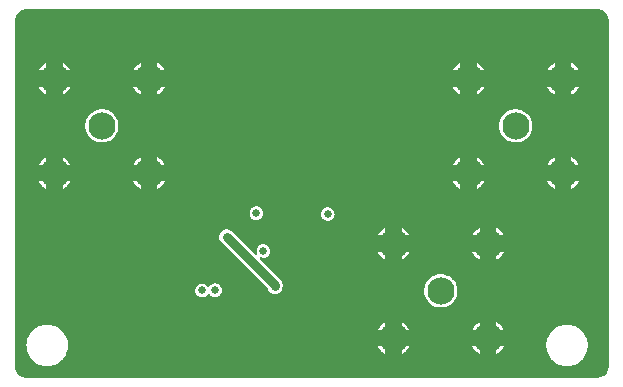
<source format=gbl>
G04 Layer: BottomLayer*
G04 EasyEDA v6.5.44, 2024-07-31 14:11:33*
G04 0a0e6e5985404cbc94c0c78cb0e903e1,401f954c81374b6587e5d63e119e93f9,10*
G04 Gerber Generator version 0.2*
G04 Scale: 100 percent, Rotated: No, Reflected: No *
G04 Dimensions in inches *
G04 leading zeros omitted , absolute positions ,3 integer and 6 decimal *
%FSLAX36Y36*%
%MOIN*%

%ADD10C,0.0300*%
%ADD11C,0.0984*%
%ADD12C,0.0906*%
%ADD13C,0.0250*%
%ADD14C,0.0240*%
%ADD15C,0.0136*%

%LPD*%
G36*
X50180Y10200D02*
G01*
X44960Y10560D01*
X40240Y11439D01*
X35680Y12900D01*
X31300Y14900D01*
X27220Y17400D01*
X23440Y20400D01*
X20080Y23800D01*
X17140Y27599D01*
X14680Y31740D01*
X12740Y36120D01*
X11339Y40720D01*
X10500Y45439D01*
X10200Y50420D01*
X10200Y1199580D01*
X10560Y1205040D01*
X11439Y1209760D01*
X12900Y1214320D01*
X14900Y1218700D01*
X17400Y1222780D01*
X20400Y1226560D01*
X23800Y1229920D01*
X27599Y1232860D01*
X31740Y1235320D01*
X36120Y1237260D01*
X40720Y1238660D01*
X45439Y1239500D01*
X50420Y1239800D01*
X1949580Y1239800D01*
X1955040Y1239440D01*
X1959760Y1238560D01*
X1964319Y1237100D01*
X1968700Y1235100D01*
X1972780Y1232600D01*
X1976560Y1229600D01*
X1979920Y1226200D01*
X1982860Y1222400D01*
X1985320Y1218260D01*
X1987260Y1213880D01*
X1988660Y1209280D01*
X1989500Y1204560D01*
X1989800Y1199580D01*
X1989800Y50420D01*
X1989440Y44960D01*
X1988560Y40240D01*
X1987100Y35680D01*
X1985100Y31300D01*
X1982600Y27220D01*
X1979600Y23440D01*
X1976200Y20080D01*
X1972400Y17140D01*
X1968260Y14680D01*
X1963880Y12740D01*
X1959280Y11339D01*
X1954560Y10500D01*
X1949580Y10200D01*
G37*

%LPC*%
G36*
X1850400Y48860D02*
G01*
X1857180Y49200D01*
X1863899Y50199D01*
X1870500Y51840D01*
X1876900Y54140D01*
X1883040Y57040D01*
X1888860Y60540D01*
X1894319Y64580D01*
X1899360Y69140D01*
X1903920Y74180D01*
X1907960Y79640D01*
X1911459Y85460D01*
X1914360Y91600D01*
X1916660Y98000D01*
X1918300Y104600D01*
X1919300Y111320D01*
X1919640Y118100D01*
X1919300Y124900D01*
X1918300Y131620D01*
X1916660Y138220D01*
X1914360Y144620D01*
X1911459Y150760D01*
X1907960Y156580D01*
X1903920Y162040D01*
X1899360Y167079D01*
X1894319Y171640D01*
X1888860Y175680D01*
X1883040Y179180D01*
X1876900Y182079D01*
X1870500Y184380D01*
X1863899Y186020D01*
X1857180Y187020D01*
X1850400Y187360D01*
X1843600Y187020D01*
X1836879Y186020D01*
X1830280Y184380D01*
X1823880Y182079D01*
X1817740Y179180D01*
X1811920Y175680D01*
X1806459Y171640D01*
X1801420Y167079D01*
X1796860Y162040D01*
X1792820Y156580D01*
X1789319Y150760D01*
X1786420Y144620D01*
X1784120Y138220D01*
X1782480Y131620D01*
X1781480Y124900D01*
X1781140Y118100D01*
X1781480Y111320D01*
X1782480Y104600D01*
X1784120Y98000D01*
X1786420Y91600D01*
X1789319Y85460D01*
X1792820Y79640D01*
X1796860Y74180D01*
X1801420Y69140D01*
X1806459Y64580D01*
X1811920Y60540D01*
X1817740Y57040D01*
X1823880Y54140D01*
X1830280Y51840D01*
X1836879Y50199D01*
X1843600Y49200D01*
G37*
G36*
X118120Y48860D02*
G01*
X124900Y49200D01*
X131620Y50199D01*
X138220Y51840D01*
X144620Y54140D01*
X150760Y57040D01*
X156580Y60540D01*
X162040Y64580D01*
X167079Y69140D01*
X171640Y74180D01*
X175680Y79640D01*
X179180Y85460D01*
X182079Y91600D01*
X184380Y98000D01*
X186020Y104600D01*
X187020Y111320D01*
X187360Y118100D01*
X187020Y124900D01*
X186020Y131620D01*
X184380Y138220D01*
X182079Y144620D01*
X179180Y150760D01*
X175680Y156580D01*
X171640Y162040D01*
X167079Y167079D01*
X162040Y171640D01*
X156580Y175680D01*
X150760Y179180D01*
X144620Y182079D01*
X138220Y184380D01*
X131620Y186020D01*
X124900Y187020D01*
X118120Y187360D01*
X111320Y187020D01*
X104600Y186020D01*
X98000Y184380D01*
X91600Y182079D01*
X85460Y179180D01*
X79640Y175680D01*
X74180Y171640D01*
X69140Y167079D01*
X64580Y162040D01*
X60540Y156580D01*
X57040Y150760D01*
X54140Y144620D01*
X51840Y138220D01*
X50199Y131620D01*
X49200Y124900D01*
X48860Y118100D01*
X49200Y111320D01*
X50199Y104600D01*
X51840Y98000D01*
X54140Y91600D01*
X57040Y85460D01*
X60540Y79640D01*
X64580Y74180D01*
X69140Y69140D01*
X74180Y64580D01*
X79640Y60540D01*
X85460Y57040D01*
X91600Y54140D01*
X98000Y51840D01*
X104600Y50199D01*
X111320Y49200D01*
G37*
G36*
X1245420Y89740D02*
G01*
X1245420Y115420D01*
X1219740Y115420D01*
X1222220Y110920D01*
X1226080Y105480D01*
X1230520Y100520D01*
X1235480Y96080D01*
X1240920Y92220D01*
G37*
G36*
X1560380Y89740D02*
G01*
X1560380Y115420D01*
X1534700Y115420D01*
X1537180Y110920D01*
X1541040Y105480D01*
X1545480Y100520D01*
X1550440Y96080D01*
X1555880Y92220D01*
G37*
G36*
X1299620Y89740D02*
G01*
X1304120Y92220D01*
X1309560Y96080D01*
X1314520Y100520D01*
X1318959Y105480D01*
X1322820Y110920D01*
X1325300Y115420D01*
X1299620Y115420D01*
G37*
G36*
X1614580Y89740D02*
G01*
X1619079Y92220D01*
X1624520Y96080D01*
X1629480Y100520D01*
X1633920Y105480D01*
X1637780Y110920D01*
X1640260Y115420D01*
X1614580Y115420D01*
G37*
G36*
X1534700Y169620D02*
G01*
X1560380Y169620D01*
X1560380Y195300D01*
X1555880Y192820D01*
X1550440Y188960D01*
X1545480Y184520D01*
X1541040Y179560D01*
X1537180Y174120D01*
G37*
G36*
X1299620Y169620D02*
G01*
X1325300Y169620D01*
X1322820Y174120D01*
X1318959Y179560D01*
X1314520Y184520D01*
X1309560Y188960D01*
X1304120Y192820D01*
X1299620Y195300D01*
G37*
G36*
X1219740Y169620D02*
G01*
X1245420Y169620D01*
X1245420Y195300D01*
X1240920Y192820D01*
X1235480Y188960D01*
X1230520Y184520D01*
X1226080Y179560D01*
X1222220Y174120D01*
G37*
G36*
X1614580Y169620D02*
G01*
X1640260Y169620D01*
X1637780Y174120D01*
X1633920Y179560D01*
X1629480Y184520D01*
X1624520Y188960D01*
X1619079Y192820D01*
X1614580Y195300D01*
G37*
G36*
X1430000Y244540D02*
G01*
X1436320Y244899D01*
X1442560Y245980D01*
X1448640Y247760D01*
X1454480Y250219D01*
X1459980Y253340D01*
X1465120Y257060D01*
X1469780Y261340D01*
X1473920Y266120D01*
X1477500Y271360D01*
X1480460Y276960D01*
X1482760Y282860D01*
X1484360Y288980D01*
X1485260Y295260D01*
X1485440Y301580D01*
X1484900Y307900D01*
X1483640Y314100D01*
X1481680Y320120D01*
X1479060Y325880D01*
X1475780Y331300D01*
X1471920Y336320D01*
X1467500Y340860D01*
X1462600Y344880D01*
X1457280Y348300D01*
X1451600Y351100D01*
X1445620Y353220D01*
X1439460Y354660D01*
X1433160Y355379D01*
X1426840Y355379D01*
X1420540Y354660D01*
X1414379Y353220D01*
X1408400Y351100D01*
X1402720Y348300D01*
X1397400Y344880D01*
X1392500Y340860D01*
X1388080Y336320D01*
X1384220Y331300D01*
X1380940Y325880D01*
X1378320Y320120D01*
X1376360Y314100D01*
X1375100Y307900D01*
X1374560Y301580D01*
X1374740Y295260D01*
X1375640Y288980D01*
X1377240Y282860D01*
X1379540Y276960D01*
X1382500Y271360D01*
X1386080Y266120D01*
X1390220Y261340D01*
X1394880Y257060D01*
X1400020Y253340D01*
X1405520Y250219D01*
X1411360Y247760D01*
X1417440Y245980D01*
X1423680Y244899D01*
G37*
G36*
X634900Y278740D02*
G01*
X638720Y279240D01*
X642400Y280360D01*
X645840Y282100D01*
X648940Y284380D01*
X651600Y287160D01*
X652740Y288860D01*
X653800Y289920D01*
X655160Y290520D01*
X656640Y290580D01*
X658040Y290100D01*
X659180Y289140D01*
X661300Y286500D01*
X664200Y283960D01*
X667460Y281940D01*
X671040Y280500D01*
X674800Y279700D01*
X678640Y279540D01*
X682460Y280020D01*
X686140Y281140D01*
X689580Y282880D01*
X692660Y285160D01*
X695340Y287940D01*
X697480Y291140D01*
X699060Y294640D01*
X700040Y298360D01*
X700360Y302200D01*
X700040Y306040D01*
X699060Y309760D01*
X697480Y313260D01*
X695340Y316440D01*
X692660Y319220D01*
X689580Y321520D01*
X686140Y323240D01*
X682460Y324380D01*
X678640Y324860D01*
X674800Y324700D01*
X671040Y323880D01*
X667460Y322460D01*
X664200Y320439D01*
X661300Y317900D01*
X658620Y314540D01*
X657480Y313560D01*
X656080Y313080D01*
X654599Y313140D01*
X653240Y313740D01*
X652180Y314800D01*
X651600Y315660D01*
X648940Y318440D01*
X645840Y320720D01*
X642400Y322460D01*
X638720Y323579D01*
X634900Y324080D01*
X631060Y323920D01*
X627300Y323100D01*
X623740Y321659D01*
X620460Y319640D01*
X617560Y317100D01*
X615160Y314120D01*
X613280Y310760D01*
X612000Y307120D01*
X611340Y303340D01*
X611340Y299480D01*
X612000Y295700D01*
X613280Y292060D01*
X615160Y288700D01*
X617560Y285720D01*
X620460Y283180D01*
X623740Y281160D01*
X627300Y279720D01*
X631060Y278900D01*
G37*
G36*
X875360Y289700D02*
G01*
X879520Y289700D01*
X883620Y290400D01*
X887560Y291740D01*
X891220Y293720D01*
X894500Y296280D01*
X897320Y299340D01*
X899599Y302820D01*
X901260Y306640D01*
X902280Y310660D01*
X902640Y314980D01*
X902640Y319020D01*
X902440Y322340D01*
X901560Y326400D01*
X901300Y327239D01*
X900040Y330280D01*
X899640Y331060D01*
X897380Y334560D01*
X895180Y337040D01*
X827220Y405000D01*
X826360Y406300D01*
X826040Y407819D01*
X826340Y409340D01*
X827200Y410640D01*
X828480Y411520D01*
X830020Y411820D01*
X835699Y410560D01*
X839539Y410400D01*
X843360Y410900D01*
X847039Y412020D01*
X850480Y413760D01*
X853560Y416040D01*
X856240Y418820D01*
X858379Y422000D01*
X859960Y425520D01*
X860939Y429240D01*
X861260Y433060D01*
X860939Y436900D01*
X859960Y440620D01*
X858379Y444140D01*
X856240Y447320D01*
X853560Y450100D01*
X850480Y452380D01*
X847039Y454120D01*
X843360Y455240D01*
X839539Y455740D01*
X835699Y455580D01*
X831940Y454760D01*
X828360Y453320D01*
X825100Y451300D01*
X822200Y448760D01*
X819780Y445780D01*
X817900Y442420D01*
X816620Y438780D01*
X815980Y435000D01*
X815980Y431140D01*
X816620Y427360D01*
X817180Y425800D01*
X817400Y424300D01*
X817039Y422800D01*
X816140Y421560D01*
X814840Y420740D01*
X813340Y420480D01*
X811840Y420780D01*
X810580Y421640D01*
X734220Y498000D01*
X730920Y500780D01*
X727360Y502920D01*
X723480Y504420D01*
X719400Y505280D01*
X715240Y505460D01*
X711120Y504940D01*
X707140Y503760D01*
X703400Y501920D01*
X700020Y499500D01*
X697080Y496560D01*
X694659Y493180D01*
X692820Y489440D01*
X691640Y485460D01*
X691120Y481340D01*
X691300Y477180D01*
X692159Y473100D01*
X693660Y469219D01*
X695800Y465660D01*
X698580Y462360D01*
X852600Y308340D01*
X853439Y307100D01*
X855300Y302820D01*
X857560Y299340D01*
X860380Y296280D01*
X863660Y293720D01*
X867320Y291740D01*
X871260Y290400D01*
G37*
G36*
X1614580Y404700D02*
G01*
X1619079Y407180D01*
X1624520Y411040D01*
X1629480Y415480D01*
X1633920Y420439D01*
X1637780Y425880D01*
X1640260Y430379D01*
X1614580Y430379D01*
G37*
G36*
X1560380Y404700D02*
G01*
X1560380Y430379D01*
X1534700Y430379D01*
X1537180Y425880D01*
X1541040Y420439D01*
X1545480Y415480D01*
X1550440Y411040D01*
X1555880Y407180D01*
G37*
G36*
X1245420Y404700D02*
G01*
X1245420Y430379D01*
X1219740Y430379D01*
X1222220Y425880D01*
X1226080Y420439D01*
X1230520Y415480D01*
X1235480Y411040D01*
X1240920Y407180D01*
G37*
G36*
X1299620Y404700D02*
G01*
X1304120Y407180D01*
X1309560Y411040D01*
X1314520Y415480D01*
X1318959Y420439D01*
X1322820Y425880D01*
X1325300Y430379D01*
X1299620Y430379D01*
G37*
G36*
X1219740Y484580D02*
G01*
X1245420Y484580D01*
X1245420Y510260D01*
X1240920Y507780D01*
X1235480Y503920D01*
X1230520Y499480D01*
X1226080Y494520D01*
X1222220Y489080D01*
G37*
G36*
X1534700Y484580D02*
G01*
X1560380Y484580D01*
X1560380Y510260D01*
X1555880Y507780D01*
X1550440Y503920D01*
X1545480Y499480D01*
X1541040Y494520D01*
X1537180Y489080D01*
G37*
G36*
X1614580Y484580D02*
G01*
X1640260Y484580D01*
X1637780Y489080D01*
X1633920Y494520D01*
X1629480Y499480D01*
X1624520Y503920D01*
X1619079Y507780D01*
X1614580Y510260D01*
G37*
G36*
X1299620Y484580D02*
G01*
X1325300Y484580D01*
X1322820Y489080D01*
X1318959Y494520D01*
X1314520Y499480D01*
X1309560Y503920D01*
X1304120Y507780D01*
X1299620Y510260D01*
G37*
G36*
X1054120Y533660D02*
G01*
X1057940Y534160D01*
X1061620Y535280D01*
X1065060Y537020D01*
X1068140Y539300D01*
X1070820Y542080D01*
X1072960Y545260D01*
X1074540Y548780D01*
X1075520Y552500D01*
X1075840Y556320D01*
X1075520Y560160D01*
X1074540Y563880D01*
X1072960Y567400D01*
X1070820Y570580D01*
X1068140Y573360D01*
X1065060Y575640D01*
X1061620Y577380D01*
X1057940Y578500D01*
X1054120Y579000D01*
X1050280Y578840D01*
X1046520Y578020D01*
X1042940Y576580D01*
X1039680Y574560D01*
X1036780Y572020D01*
X1034360Y569040D01*
X1032480Y565680D01*
X1031200Y562040D01*
X1030560Y558260D01*
X1030560Y554400D01*
X1031200Y550620D01*
X1032480Y546980D01*
X1034360Y543620D01*
X1036780Y540640D01*
X1039680Y538100D01*
X1042940Y536080D01*
X1046520Y534640D01*
X1050280Y533820D01*
G37*
G36*
X815920Y536400D02*
G01*
X819740Y536880D01*
X823420Y538020D01*
X826860Y539740D01*
X829940Y542040D01*
X832620Y544800D01*
X834760Y548000D01*
X836340Y551500D01*
X837320Y555220D01*
X837640Y559060D01*
X837320Y562900D01*
X836340Y566620D01*
X834760Y570120D01*
X832620Y573320D01*
X829940Y576080D01*
X826860Y578380D01*
X823420Y580100D01*
X819740Y581240D01*
X815920Y581720D01*
X812080Y581560D01*
X808319Y580760D01*
X804740Y579320D01*
X801480Y577300D01*
X798580Y574760D01*
X796160Y571760D01*
X794280Y568400D01*
X793000Y564780D01*
X792360Y560980D01*
X792360Y557140D01*
X793000Y553340D01*
X794280Y549720D01*
X796160Y546360D01*
X798580Y543360D01*
X801480Y540820D01*
X804740Y538800D01*
X808319Y537360D01*
X812080Y536560D01*
G37*
G36*
X115420Y639740D02*
G01*
X115420Y665420D01*
X89740Y665420D01*
X92220Y660920D01*
X96080Y655480D01*
X100520Y650520D01*
X105480Y646080D01*
X110920Y642220D01*
G37*
G36*
X430379Y639740D02*
G01*
X430379Y665420D01*
X404700Y665420D01*
X407180Y660920D01*
X411040Y655480D01*
X415480Y650520D01*
X420439Y646080D01*
X425880Y642220D01*
G37*
G36*
X169620Y639740D02*
G01*
X174120Y642220D01*
X179560Y646080D01*
X184520Y650520D01*
X188960Y655480D01*
X192820Y660920D01*
X195300Y665420D01*
X169620Y665420D01*
G37*
G36*
X1549620Y639740D02*
G01*
X1554120Y642220D01*
X1559560Y646080D01*
X1564520Y650520D01*
X1568959Y655480D01*
X1572820Y660920D01*
X1575300Y665420D01*
X1549620Y665420D01*
G37*
G36*
X484580Y639740D02*
G01*
X489080Y642220D01*
X494520Y646080D01*
X499480Y650520D01*
X503920Y655480D01*
X507780Y660920D01*
X510260Y665420D01*
X484580Y665420D01*
G37*
G36*
X1495420Y639740D02*
G01*
X1495420Y665420D01*
X1469740Y665420D01*
X1472220Y660920D01*
X1476080Y655480D01*
X1480520Y650520D01*
X1485480Y646080D01*
X1490920Y642220D01*
G37*
G36*
X1810380Y639740D02*
G01*
X1810380Y665420D01*
X1784700Y665420D01*
X1787180Y660920D01*
X1791040Y655480D01*
X1795480Y650520D01*
X1800440Y646080D01*
X1805880Y642220D01*
G37*
G36*
X1864580Y639740D02*
G01*
X1869079Y642220D01*
X1874520Y646080D01*
X1879480Y650520D01*
X1883920Y655480D01*
X1887780Y660920D01*
X1890260Y665420D01*
X1864580Y665420D01*
G37*
G36*
X169620Y719620D02*
G01*
X195300Y719620D01*
X192820Y724120D01*
X188960Y729560D01*
X184520Y734520D01*
X179560Y738960D01*
X174120Y742820D01*
X169620Y745300D01*
G37*
G36*
X89740Y719620D02*
G01*
X115420Y719620D01*
X115420Y745300D01*
X110920Y742820D01*
X105480Y738960D01*
X100520Y734520D01*
X96080Y729560D01*
X92220Y724120D01*
G37*
G36*
X484580Y719620D02*
G01*
X510260Y719620D01*
X507780Y724120D01*
X503920Y729560D01*
X499480Y734520D01*
X494520Y738960D01*
X489080Y742820D01*
X484580Y745300D01*
G37*
G36*
X404700Y719620D02*
G01*
X430379Y719620D01*
X430379Y745300D01*
X425880Y742820D01*
X420439Y738960D01*
X415480Y734520D01*
X411040Y729560D01*
X407180Y724120D01*
G37*
G36*
X1864580Y719620D02*
G01*
X1890260Y719620D01*
X1887780Y724120D01*
X1883920Y729560D01*
X1879480Y734520D01*
X1874520Y738960D01*
X1869079Y742820D01*
X1864580Y745300D01*
G37*
G36*
X1549620Y719620D02*
G01*
X1575300Y719620D01*
X1572820Y724120D01*
X1568959Y729560D01*
X1564520Y734520D01*
X1559560Y738960D01*
X1554120Y742820D01*
X1549620Y745300D01*
G37*
G36*
X1469740Y719620D02*
G01*
X1495420Y719620D01*
X1495420Y745300D01*
X1490920Y742820D01*
X1485480Y738960D01*
X1480520Y734520D01*
X1476080Y729560D01*
X1472220Y724120D01*
G37*
G36*
X1784700Y719620D02*
G01*
X1810380Y719620D01*
X1810380Y745300D01*
X1805880Y742820D01*
X1800440Y738960D01*
X1795480Y734520D01*
X1791040Y729560D01*
X1787180Y724120D01*
G37*
G36*
X301580Y794560D02*
G01*
X307900Y795100D01*
X314100Y796360D01*
X320120Y798319D01*
X325880Y800939D01*
X331300Y804220D01*
X336320Y808080D01*
X340860Y812500D01*
X344880Y817400D01*
X348300Y822720D01*
X351100Y828400D01*
X353220Y834380D01*
X354660Y840540D01*
X355379Y846840D01*
X355379Y853160D01*
X354660Y859460D01*
X353220Y865620D01*
X351100Y871600D01*
X348300Y877280D01*
X344880Y882600D01*
X340860Y887500D01*
X336320Y891919D01*
X331300Y895780D01*
X325880Y899060D01*
X320120Y901680D01*
X314100Y903640D01*
X307900Y904900D01*
X301580Y905440D01*
X295260Y905260D01*
X288980Y904360D01*
X282860Y902760D01*
X276960Y900460D01*
X271360Y897500D01*
X266120Y893920D01*
X261340Y889780D01*
X257060Y885120D01*
X253340Y879980D01*
X250219Y874479D01*
X247760Y868640D01*
X245980Y862560D01*
X244899Y856320D01*
X244540Y850000D01*
X244899Y843680D01*
X245980Y837440D01*
X247760Y831360D01*
X250219Y825520D01*
X253340Y820020D01*
X257060Y814880D01*
X261340Y810220D01*
X266120Y806080D01*
X271360Y802500D01*
X276960Y799539D01*
X282860Y797240D01*
X288980Y795639D01*
X295260Y794740D01*
G37*
G36*
X1678420Y794560D02*
G01*
X1684740Y794740D01*
X1691020Y795639D01*
X1697140Y797240D01*
X1703040Y799539D01*
X1708640Y802500D01*
X1713880Y806080D01*
X1718660Y810220D01*
X1722940Y814880D01*
X1726660Y820020D01*
X1729780Y825520D01*
X1732240Y831360D01*
X1734019Y837440D01*
X1735100Y843680D01*
X1735460Y850000D01*
X1735100Y856320D01*
X1734019Y862560D01*
X1732240Y868640D01*
X1729780Y874479D01*
X1726660Y879980D01*
X1722940Y885120D01*
X1718660Y889780D01*
X1713880Y893920D01*
X1708640Y897500D01*
X1703040Y900460D01*
X1697140Y902760D01*
X1691020Y904360D01*
X1684740Y905260D01*
X1678420Y905440D01*
X1672100Y904900D01*
X1665900Y903640D01*
X1659880Y901680D01*
X1654120Y899060D01*
X1648700Y895780D01*
X1643680Y891919D01*
X1639139Y887500D01*
X1635120Y882600D01*
X1631699Y877280D01*
X1628899Y871600D01*
X1626780Y865620D01*
X1625340Y859460D01*
X1624620Y853160D01*
X1624620Y846840D01*
X1625340Y840540D01*
X1626780Y834380D01*
X1628899Y828400D01*
X1631699Y822720D01*
X1635120Y817400D01*
X1639139Y812500D01*
X1643680Y808080D01*
X1648700Y804220D01*
X1654120Y800939D01*
X1659880Y798319D01*
X1665900Y796360D01*
X1672100Y795100D01*
G37*
G36*
X115420Y954700D02*
G01*
X115420Y980380D01*
X89740Y980380D01*
X92220Y975879D01*
X96080Y970440D01*
X100520Y965480D01*
X105480Y961040D01*
X110920Y957180D01*
G37*
G36*
X169620Y954700D02*
G01*
X174120Y957180D01*
X179560Y961040D01*
X184520Y965480D01*
X188960Y970440D01*
X192820Y975879D01*
X195300Y980380D01*
X169620Y980380D01*
G37*
G36*
X484580Y954700D02*
G01*
X489080Y957180D01*
X494520Y961040D01*
X499480Y965480D01*
X503920Y970440D01*
X507780Y975879D01*
X510260Y980380D01*
X484580Y980380D01*
G37*
G36*
X430379Y954700D02*
G01*
X430379Y980380D01*
X404700Y980380D01*
X407180Y975879D01*
X411040Y970440D01*
X415480Y965480D01*
X420439Y961040D01*
X425880Y957180D01*
G37*
G36*
X1549620Y954700D02*
G01*
X1554120Y957180D01*
X1559560Y961040D01*
X1564520Y965480D01*
X1568959Y970440D01*
X1572820Y975879D01*
X1575300Y980380D01*
X1549620Y980380D01*
G37*
G36*
X1810380Y954700D02*
G01*
X1810380Y980380D01*
X1784700Y980380D01*
X1787180Y975879D01*
X1791040Y970440D01*
X1795480Y965480D01*
X1800440Y961040D01*
X1805880Y957180D01*
G37*
G36*
X1495420Y954700D02*
G01*
X1495420Y980380D01*
X1469740Y980380D01*
X1472220Y975879D01*
X1476080Y970440D01*
X1480520Y965480D01*
X1485480Y961040D01*
X1490920Y957180D01*
G37*
G36*
X1864580Y954700D02*
G01*
X1869079Y957180D01*
X1874520Y961040D01*
X1879480Y965480D01*
X1883920Y970440D01*
X1887780Y975879D01*
X1890260Y980380D01*
X1864580Y980380D01*
G37*
G36*
X89740Y1034580D02*
G01*
X115420Y1034580D01*
X115420Y1060260D01*
X110920Y1057780D01*
X105480Y1053920D01*
X100520Y1049480D01*
X96080Y1044520D01*
X92220Y1039080D01*
G37*
G36*
X169620Y1034580D02*
G01*
X195300Y1034580D01*
X192820Y1039080D01*
X188960Y1044520D01*
X184520Y1049480D01*
X179560Y1053920D01*
X174120Y1057780D01*
X169620Y1060260D01*
G37*
G36*
X484580Y1034580D02*
G01*
X510260Y1034580D01*
X507780Y1039080D01*
X503920Y1044520D01*
X499480Y1049480D01*
X494520Y1053920D01*
X489080Y1057780D01*
X484580Y1060260D01*
G37*
G36*
X1549620Y1034580D02*
G01*
X1575300Y1034580D01*
X1572820Y1039080D01*
X1568959Y1044520D01*
X1564520Y1049480D01*
X1559560Y1053920D01*
X1554120Y1057780D01*
X1549620Y1060260D01*
G37*
G36*
X404700Y1034580D02*
G01*
X430379Y1034580D01*
X430379Y1060260D01*
X425880Y1057780D01*
X420439Y1053920D01*
X415480Y1049480D01*
X411040Y1044520D01*
X407180Y1039080D01*
G37*
G36*
X1864580Y1034580D02*
G01*
X1890260Y1034580D01*
X1887780Y1039080D01*
X1883920Y1044520D01*
X1879480Y1049480D01*
X1874520Y1053920D01*
X1869079Y1057780D01*
X1864580Y1060260D01*
G37*
G36*
X1784700Y1034580D02*
G01*
X1810380Y1034580D01*
X1810380Y1060260D01*
X1805880Y1057780D01*
X1800440Y1053920D01*
X1795480Y1049480D01*
X1791040Y1044520D01*
X1787180Y1039080D01*
G37*
G36*
X1469740Y1034580D02*
G01*
X1495420Y1034580D01*
X1495420Y1060260D01*
X1490920Y1057780D01*
X1485480Y1053920D01*
X1480520Y1049480D01*
X1476080Y1044520D01*
X1472220Y1039080D01*
G37*

%LPD*%
D10*
X716290Y480290D02*
G01*
X877440Y319140D01*
X877440Y314810D01*
D11*
G01*
X1522520Y692520D03*
G01*
X1522520Y1007480D03*
G01*
X1837480Y1007480D03*
G01*
X1837480Y692520D03*
D12*
G01*
X1680000Y850000D03*
D11*
G01*
X457480Y1007480D03*
G01*
X457480Y692520D03*
G01*
X142520Y692520D03*
G01*
X142520Y1007480D03*
D12*
G01*
X300000Y850000D03*
D11*
G01*
X1272520Y457480D03*
G01*
X1587480Y457480D03*
G01*
X1587480Y142520D03*
G01*
X1272520Y142520D03*
D12*
G01*
X1430000Y300000D03*
D13*
G01*
X814960Y559060D03*
G01*
X1053160Y556330D03*
G01*
X838580Y433070D03*
G01*
X716290Y480290D03*
D14*
G01*
X877440Y314810D03*
D13*
G01*
X677680Y302200D03*
G01*
X633950Y301410D03*
G01*
X75000Y500000D03*
G01*
X75000Y450000D03*
G01*
X75000Y400000D03*
G01*
X75000Y350000D03*
G01*
X75000Y300000D03*
G01*
X75000Y250000D03*
G01*
X125000Y500000D03*
G01*
X125000Y450000D03*
G01*
X125000Y400000D03*
G01*
X125000Y350000D03*
G01*
X125000Y300000D03*
G01*
X125000Y250000D03*
G01*
X275000Y75000D03*
G01*
X350000Y75000D03*
G01*
X425000Y75000D03*
G01*
X500000Y75000D03*
G01*
X575000Y75000D03*
G01*
X650000Y75000D03*
G01*
X725000Y75000D03*
G01*
X800000Y75000D03*
G01*
X875000Y75000D03*
G01*
X950000Y75000D03*
G01*
X1025000Y75000D03*
G01*
X1100000Y75000D03*
G01*
X125000Y1175000D03*
G01*
X175000Y1175000D03*
G01*
X225000Y1175000D03*
G01*
X275000Y1175000D03*
G01*
X325000Y1175000D03*
G01*
X375000Y1175000D03*
G01*
X425000Y1175000D03*
G01*
X475000Y1175000D03*
G01*
X525000Y1175000D03*
G01*
X575000Y1175000D03*
G01*
X125000Y1125000D03*
G01*
X175000Y1125000D03*
G01*
X225000Y1125000D03*
G01*
X275000Y1125000D03*
G01*
X325000Y1125000D03*
G01*
X375000Y1125000D03*
G01*
X425000Y1125000D03*
G01*
X475000Y1125000D03*
G01*
X525000Y1125000D03*
G01*
X575000Y1125000D03*
G01*
X225000Y1075000D03*
G01*
X275000Y1075000D03*
G01*
X325000Y1075000D03*
G01*
X375000Y1075000D03*
G01*
X325000Y1025000D03*
G01*
X275000Y1025000D03*
G01*
X225000Y1025000D03*
G01*
X375000Y1025000D03*
G01*
X375000Y975000D03*
G01*
X325000Y975000D03*
G01*
X275000Y975000D03*
G01*
X225000Y975000D03*
G01*
X175000Y925000D03*
G01*
X125000Y925000D03*
G01*
X125000Y875000D03*
G01*
X175000Y875000D03*
G01*
X175000Y825000D03*
G01*
X125000Y825000D03*
G01*
X125000Y775000D03*
G01*
X175000Y775000D03*
G01*
X225000Y775000D03*
G01*
X225000Y725000D03*
G01*
X275000Y725000D03*
G01*
X325000Y725000D03*
G01*
X375000Y725000D03*
G01*
X375000Y675000D03*
G01*
X325000Y675000D03*
G01*
X275000Y675000D03*
G01*
X225000Y675000D03*
G01*
X575000Y1075000D03*
G01*
X525000Y1075000D03*
G01*
X575000Y1025000D03*
G01*
X575000Y975000D03*
G01*
X575000Y925000D03*
G01*
X525000Y975000D03*
G01*
X525000Y925000D03*
G01*
X225000Y625000D03*
G01*
X275000Y625000D03*
G01*
X325000Y625000D03*
G01*
X375000Y625000D03*
G01*
X1175000Y75000D03*
G01*
X1350000Y75000D03*
G01*
X1400000Y75000D03*
G01*
X1450000Y75000D03*
G01*
X1500000Y75000D03*
G01*
X1500000Y125000D03*
G01*
X1450000Y125000D03*
G01*
X1400000Y125000D03*
G01*
X1350000Y125000D03*
G01*
X1350000Y175000D03*
G01*
X1400000Y175000D03*
G01*
X1450000Y175000D03*
G01*
X1500000Y175000D03*
G01*
X1175000Y125000D03*
G01*
X1175000Y175000D03*
G01*
X1125000Y175000D03*
G01*
X1125000Y125000D03*
G01*
X1675000Y75000D03*
G01*
X1725000Y75000D03*
G01*
X1725000Y125000D03*
G01*
X1675000Y125000D03*
G01*
X1675000Y175000D03*
G01*
X1725000Y175000D03*
G01*
X1725000Y225000D03*
G01*
X1675000Y225000D03*
G01*
X1675000Y275000D03*
G01*
X1725000Y275000D03*
G01*
X1725000Y325000D03*
G01*
X1675000Y325000D03*
G01*
X1675000Y375000D03*
G01*
X1725000Y375000D03*
G01*
X1725000Y425000D03*
G01*
X1675000Y425000D03*
G01*
X1675000Y475000D03*
G01*
X1725000Y475000D03*
G01*
X1625000Y325000D03*
G01*
X1625000Y275000D03*
G01*
X1625000Y225000D03*
G01*
X1575000Y325000D03*
G01*
X1575000Y275000D03*
G01*
X1500000Y475000D03*
G01*
X1450000Y475000D03*
G01*
X1400000Y475000D03*
G01*
X1350000Y475000D03*
G01*
X1350000Y425000D03*
G01*
X1400000Y425000D03*
G01*
X1450000Y425000D03*
G01*
X1500000Y425000D03*
G01*
X1175000Y425000D03*
G01*
X1175000Y475000D03*
G01*
X1125000Y475000D03*
G01*
X1125000Y425000D03*
G01*
X1075000Y425000D03*
G01*
X1075000Y475000D03*
G01*
X1175000Y550000D03*
G01*
X1125000Y550000D03*
G01*
X1025000Y475000D03*
G01*
X1025000Y425000D03*
G01*
X975000Y425000D03*
G01*
X975000Y475000D03*
G01*
X925000Y475000D03*
G01*
X925000Y425000D03*
G01*
X925000Y525000D03*
G01*
X925000Y575000D03*
G01*
X925000Y625000D03*
G01*
X925000Y675000D03*
G01*
X975000Y675000D03*
G01*
X975000Y625000D03*
G01*
X975000Y575000D03*
G01*
X975000Y525000D03*
G01*
X525000Y625000D03*
G01*
X575000Y625000D03*
G01*
X625000Y625000D03*
G01*
X625000Y575000D03*
G01*
X575000Y575000D03*
G01*
X525000Y575000D03*
G01*
X275000Y125000D03*
G01*
X350000Y125000D03*
G01*
X425000Y125000D03*
G01*
X500000Y125000D03*
G01*
X575000Y125000D03*
G01*
X575000Y175000D03*
G01*
X500000Y175000D03*
G01*
X425000Y175000D03*
G01*
X350000Y175000D03*
G01*
X1500000Y900000D03*
G01*
X1500000Y850000D03*
G01*
X1500000Y800000D03*
G01*
X1550000Y900000D03*
G01*
X1550000Y850000D03*
G01*
X1550000Y800000D03*
G01*
X1625000Y725000D03*
G01*
X1675000Y725000D03*
G01*
X1725000Y725000D03*
G01*
X1625000Y675000D03*
G01*
X1675000Y675000D03*
G01*
X1725000Y675000D03*
G01*
X1800000Y800000D03*
G01*
X1850000Y800000D03*
G01*
X1800000Y850000D03*
G01*
X1850000Y850000D03*
G01*
X1800000Y900000D03*
G01*
X1850000Y900000D03*
G01*
X1725000Y1050000D03*
G01*
X1725000Y1000000D03*
G01*
X1675000Y1050000D03*
G01*
X1675000Y1000000D03*
G01*
X1625000Y1050000D03*
G01*
X1625000Y1000000D03*
G01*
X375000Y775000D03*
G01*
X475000Y925000D03*
G01*
X425000Y925000D03*
G01*
X375000Y925000D03*
G01*
X425000Y775000D03*
G01*
X711000Y851000D03*
G01*
X770000Y708000D03*
G01*
X1050000Y723000D03*
G01*
X181000Y221000D03*
M02*

</source>
